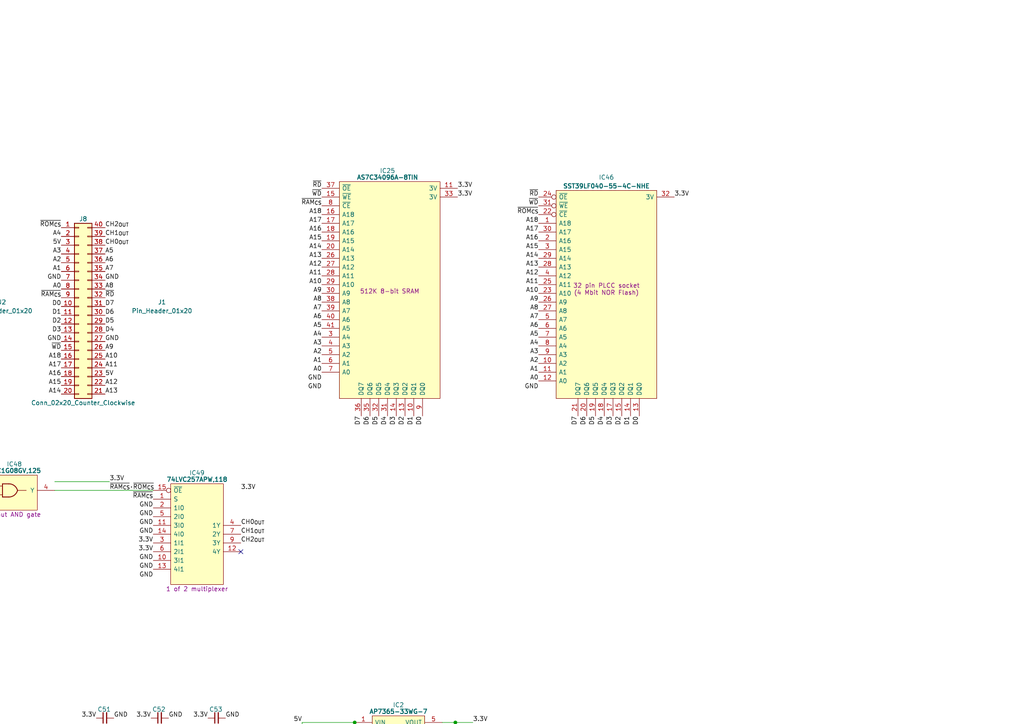
<source format=kicad_sch>
(kicad_sch (version 20230121) (generator eeschema)
  (paper "A4")
  (lib_symbols
    (symbol "Alliance:AS7C34096A-8TIN" (pin_names (offset 0.762))
      (property "Reference" "IC" (at 19.05 5.08 0))
      (property "Value" "AS7C34096A-8TIN" (at 19.05 3.175 0))
      (property "Description" "512K 8-bit SRAM" (at 19.685 -29.845 0))
      (symbol "AS7C34096A-8TIN_0_0"
        (pin no_connect line (at 39.37 -20.32 180) (length 5.08) hide (name "N.C.") (number "1"))
        (pin bidirectional line (at 26.67 -66.04 90) (length 5.08) (name "DQ1") (number "10"))
        (pin passive line (at 0 -55.88 0) (length 5.08) hide (name "GND") (number "12"))
        (pin bidirectional line (at 24.13 -66.04 90) (length 5.08) (name "DQ2") (number "13"))
        (pin bidirectional line (at 21.59 -66.04 90) (length 5.08) (name "DQ3") (number "14"))
        (pin input line (at 0 -2.54 0) (length 5.08) (name "~{WE}") (number "15"))
        (pin input line (at 0 -7.62 0) (length 5.08) (name "A18") (number "16"))
        (pin input line (at 0 -10.16 0) (length 5.08) (name "A17") (number "17"))
        (pin input line (at 0 -12.7 0) (length 5.08) (name "A16") (number "18"))
        (pin input line (at 0 -15.24 0) (length 5.08) (name "A15") (number "19"))
        (pin no_connect line (at 39.37 -22.86 180) (length 5.08) hide (name "N.C.") (number "2"))
        (pin input line (at 0 -17.78 0) (length 5.08) (name "A14") (number "20"))
        (pin no_connect line (at 39.37 -25.4 180) (length 5.08) hide (name "N.C.") (number "21"))
        (pin no_connect line (at 39.37 -27.94 180) (length 5.08) hide (name "N.C.") (number "22"))
        (pin no_connect line (at 39.37 -30.48 180) (length 5.08) hide (name "N.C.") (number "23"))
        (pin no_connect line (at 39.37 -33.02 180) (length 5.08) hide (name "N.C.") (number "24"))
        (pin no_connect line (at 39.37 -35.56 180) (length 5.08) hide (name "N.C.") (number "25"))
        (pin input line (at 0 -20.32 0) (length 5.08) (name "A13") (number "26"))
        (pin input line (at 0 -22.86 0) (length 5.08) (name "A12") (number "27"))
        (pin input line (at 0 -25.4 0) (length 5.08) (name "A11") (number "28"))
        (pin input line (at 0 -27.94 0) (length 5.08) (name "A10") (number "29"))
        (pin input line (at 0 -43.18 0) (length 5.08) (name "A4") (number "3"))
        (pin input line (at 0 -30.48 0) (length 5.08) (name "A9") (number "30"))
        (pin bidirectional line (at 19.05 -66.04 90) (length 5.08) (name "DQ4") (number "31"))
        (pin bidirectional line (at 16.51 -66.04 90) (length 5.08) (name "DQ5") (number "32"))
        (pin passive line (at 0 -58.42 0) (length 5.08) hide (name "GND") (number "34"))
        (pin bidirectional line (at 13.97 -66.04 90) (length 5.08) (name "DQ6") (number "35"))
        (pin bidirectional line (at 11.43 -66.04 90) (length 5.08) (name "DQ7") (number "36"))
        (pin input line (at 0 0 0) (length 5.08) (name "~{OE}") (number "37"))
        (pin input line (at 0 -33.02 0) (length 5.08) (name "A8") (number "38"))
        (pin input line (at 0 -35.56 0) (length 5.08) (name "A7") (number "39"))
        (pin input line (at 0 -45.72 0) (length 5.08) (name "A3") (number "4"))
        (pin input line (at 0 -38.1 0) (length 5.08) (name "A6") (number "40"))
        (pin input line (at 0 -40.64 0) (length 5.08) (name "A5") (number "41"))
        (pin no_connect line (at 39.37 -38.1 180) (length 5.08) hide (name "N.C.") (number "42"))
        (pin no_connect line (at 39.37 -40.64 180) (length 5.08) hide (name "N.C.") (number "43"))
        (pin no_connect line (at 39.37 -43.18 180) (length 5.08) hide (name "N.C.") (number "44"))
        (pin input line (at 0 -48.26 0) (length 5.08) (name "A2") (number "5"))
        (pin input line (at 0 -50.8 0) (length 5.08) (name "A1") (number "6"))
        (pin input line (at 0 -53.34 0) (length 5.08) (name "A0") (number "7"))
        (pin input line (at 0 -5.08 0) (length 5.08) (name "~{CE}") (number "8"))
        (pin bidirectional line (at 29.21 -66.04 90) (length 5.08) (name "DQ0") (number "9"))
      )
      (symbol "AS7C34096A-8TIN_0_1"
        (polyline (pts (xy 5.08 1.905) (xy 34.29 1.905) (xy 34.29 -60.96) (xy 5.08 -60.96) (xy 5.08 1.905)) (stroke (width 0.1524)) (fill (type background)))
      )
      (symbol "AS7C34096A-8TIN_1_1"
        (pin passive line (at 39.37 0 180) (length 5.08) (name "3V") (number "11"))
        (pin passive line (at 39.37 -2.54 180) (length 5.08) (name "3V") (number "33"))
      )
    )
    (symbol "Connector_Generic:Conn_02x20_Counter_Clockwise" (pin_names (offset 1.016) hide)
      (property "Reference" "J" (at 1.27 25.4 0))
      (property "Value" "Conn_02x20_Counter_Clockwise" (at 1.27 -27.94 0))
      (symbol "Conn_02x20_Counter_Clockwise_1_1"
        (rectangle (start -1.27 -25.273) (end 0 -25.527) (stroke (width 0.1524)))
        (rectangle (start -1.27 -22.733) (end 0 -22.987) (stroke (width 0.1524)))
        (rectangle (start -1.27 -20.193) (end 0 -20.447) (stroke (width 0.1524)))
        (rectangle (start -1.27 -17.653) (end 0 -17.907) (stroke (width 0.1524)))
        (rectangle (start -1.27 -15.113) (end 0 -15.367) (stroke (width 0.1524)))
        (rectangle (start -1.27 -12.573) (end 0 -12.827) (stroke (width 0.1524)))
        (rectangle (start -1.27 -10.033) (end 0 -10.287) (stroke (width 0.1524)))
        (rectangle (start -1.27 -7.493) (end 0 -7.747) (stroke (width 0.1524)))
        (rectangle (start -1.27 -4.953) (end 0 -5.207) (stroke (width 0.1524)))
        (rectangle (start -1.27 -2.413) (end 0 -2.667) (stroke (width 0.1524)))
        (rectangle (start -1.27 0.127) (end 0 -0.127) (stroke (width 0.1524)))
        (rectangle (start -1.27 2.667) (end 0 2.413) (stroke (width 0.1524)))
        (rectangle (start -1.27 5.207) (end 0 4.953) (stroke (width 0.1524)))
        (rectangle (start -1.27 7.747) (end 0 7.493) (stroke (width 0.1524)))
        (rectangle (start -1.27 10.287) (end 0 10.033) (stroke (width 0.1524)))
        (rectangle (start -1.27 12.827) (end 0 12.573) (stroke (width 0.1524)))
        (rectangle (start -1.27 15.367) (end 0 15.113) (stroke (width 0.1524)))
        (rectangle (start -1.27 17.907) (end 0 17.653) (stroke (width 0.1524)))
        (rectangle (start -1.27 20.447) (end 0 20.193) (stroke (width 0.1524)))
        (rectangle (start -1.27 22.987) (end 0 22.733) (stroke (width 0.1524)))
        (rectangle (start -1.27 24.13) (end 3.81 -26.67) (stroke (width 0.254)) (fill (type background)))
        (rectangle (start 3.81 -25.273) (end 2.54 -25.527) (stroke (width 0.1524)))
        (rectangle (start 3.81 -22.733) (end 2.54 -22.987) (stroke (width 0.1524)))
        (rectangle (start 3.81 -20.193) (end 2.54 -20.447) (stroke (width 0.1524)))
        (rectangle (start 3.81 -17.653) (end 2.54 -17.907) (stroke (width 0.1524)))
        (rectangle (start 3.81 -15.113) (end 2.54 -15.367) (stroke (width 0.1524)))
        (rectangle (start 3.81 -12.573) (end 2.54 -12.827) (stroke (width 0.1524)))
        (rectangle (start 3.81 -10.033) (end 2.54 -10.287) (stroke (width 0.1524)))
        (rectangle (start 3.81 -7.493) (end 2.54 -7.747) (stroke (width 0.1524)))
        (rectangle (start 3.81 -4.953) (end 2.54 -5.207) (stroke (width 0.1524)))
        (rectangle (start 3.81 -2.413) (end 2.54 -2.667) (stroke (width 0.1524)))
        (rectangle (start 3.81 0.127) (end 2.54 -0.127) (stroke (width 0.1524)))
        (rectangle (start 3.81 2.667) (end 2.54 2.413) (stroke (width 0.1524)))
        (rectangle (start 3.81 5.207) (end 2.54 4.953) (stroke (width 0.1524)))
        (rectangle (start 3.81 7.747) (end 2.54 7.493) (stroke (width 0.1524)))
        (rectangle (start 3.81 10.287) (end 2.54 10.033) (stroke (width 0.1524)))
        (rectangle (start 3.81 12.827) (end 2.54 12.573) (stroke (width 0.1524)))
        (rectangle (start 3.81 15.367) (end 2.54 15.113) (stroke (width 0.1524)))
        (rectangle (start 3.81 17.907) (end 2.54 17.653) (stroke (width 0.1524)))
        (rectangle (start 3.81 20.447) (end 2.54 20.193) (stroke (width 0.1524)))
        (rectangle (start 3.81 22.987) (end 2.54 22.733) (stroke (width 0.1524)))
        (pin passive line (at -5.08 22.86 0) (length 3.81) (name "Pin_1") (number "1"))
        (pin passive line (at -5.08 0 0) (length 3.81) (name "Pin_10") (number "10"))
        (pin passive line (at -5.08 -2.54 0) (length 3.81) (name "Pin_11") (number "11"))
        (pin passive line (at -5.08 -5.08 0) (length 3.81) (name "Pin_12") (number "12"))
        (pin passive line (at -5.08 -7.62 0) (length 3.81) (name "Pin_13") (number "13"))
        (pin passive line (at -5.08 -10.16 0) (length 3.81) (name "Pin_14") (number "14"))
        (pin passive line (at -5.08 -12.7 0) (length 3.81) (name "Pin_15") (number "15"))
        (pin passive line (at -5.08 -15.24 0) (length 3.81) (name "Pin_16") (number "16"))
        (pin passive line (at -5.08 -17.78 0) (length 3.81) (name "Pin_17") (number "17"))
        (pin passive line (at -5.08 -20.32 0) (length 3.81) (name "Pin_18") (number "18"))
        (pin passive line (at -5.08 -22.86 0) (length 3.81) (name "Pin_19") (number "19"))
        (pin passive line (at -5.08 20.32 0) (length 3.81) (name "Pin_2") (number "2"))
        (pin passive line (at -5.08 -25.4 0) (length 3.81) (name "Pin_20") (number "20"))
        (pin passive line (at 7.62 -25.4 180) (length 3.81) (name "Pin_21") (number "21"))
        (pin passive line (at 7.62 -22.86 180) (length 3.81) (name "Pin_22") (number "22"))
        (pin passive line (at 7.62 -20.32 180) (length 3.81) (name "Pin_23") (number "23"))
        (pin passive line (at 7.62 -17.78 180) (length 3.81) (name "Pin_24") (number "24"))
        (pin passive line (at 7.62 -15.24 180) (length 3.81) (name "Pin_25") (number "25"))
        (pin passive line (at 7.62 -12.7 180) (length 3.81) (name "Pin_26") (number "26"))
        (pin passive line (at 7.62 -10.16 180) (length 3.81) (name "Pin_27") (number "27"))
        (pin passive line (at 7.62 -7.62 180) (length 3.81) (name "Pin_28") (number "28"))
        (pin passive line (at 7.62 -5.08 180) (length 3.81) (name "Pin_29") (number "29"))
        (pin passive line (at -5.08 17.78 0) (length 3.81) (name "Pin_3") (number "3"))
        (pin passive line (at 7.62 -2.54 180) (length 3.81) (name "Pin_30") (number "30"))
        (pin passive line (at 7.62 0 180) (length 3.81) (name "Pin_31") (number "31"))
        (pin passive line (at 7.62 2.54 180) (length 3.81) (name "Pin_32") (number "32"))
        (pin passive line (at 7.62 5.08 180) (length 3.81) (name "Pin_33") (number "33"))
        (pin passive line (at 7.62 7.62 180) (length 3.81) (name "Pin_34") (number "34"))
        (pin passive line (at 7.62 10.16 180) (length 3.81) (name "Pin_35") (number "35"))
        (pin passive line (at 7.62 12.7 180) (length 3.81) (name "Pin_36") (number "36"))
        (pin passive line (at 7.62 15.24 180) (length 3.81) (name "Pin_37") (number "37"))
        (pin passive line (at 7.62 17.78 180) (length 3.81) (name "Pin_38") (number "38"))
        (pin passive line (at 7.62 20.32 180) (length 3.81) (name "Pin_39") (number "39"))
        (pin passive line (at -5.08 15.24 0) (length 3.81) (name "Pin_4") (number "4"))
        (pin passive line (at 7.62 22.86 180) (length 3.81) (name "Pin_40") (number "40"))
        (pin passive line (at -5.08 12.7 0) (length 3.81) (name "Pin_5") (number "5"))
        (pin passive line (at -5.08 10.16 0) (length 3.81) (name "Pin_6") (number "6"))
        (pin passive line (at -5.08 7.62 0) (length 3.81) (name "Pin_7") (number "7"))
        (pin passive line (at -5.08 5.08 0) (length 3.81) (name "Pin_8") (number "8"))
        (pin passive line (at -5.08 2.54 0) (length 3.81) (name "Pin_9") (number "9"))
      )
    )
    (symbol "Diodes_Inc:AP7365-33WG-7" (pin_names (offset 0.762))
      (property "Reference" "IC" (at 12.7 5.08 0))
      (property "Value" "AP7365-33WG-7" (at 12.7 3.175 0))
      (property "Description" "3.3V LDO voltage regulator" (at 12.7 -8.255 0))
      (symbol "AP7365-33WG-7_0_0"
        (pin passive line (at 0 0 0) (length 5.08) (name "VIN") (number "1"))
        (pin passive line (at 0 -5.08 0) (length 5.08) (name "GND") (number "2"))
        (pin input line (at 0 -2.54 0) (length 5.08) (name "EN") (number "3"))
        (pin passive line (at 25.4 -5.08 180) (length 5.08) (name "ADJ") (number "4"))
        (pin passive line (at 25.4 0 180) (length 5.08) (name "VOUT") (number "5"))
      )
      (symbol "AP7365-33WG-7_0_1"
        (polyline (pts (xy 5.08 1.905) (xy 20.32 1.905) (xy 20.32 -6.985) (xy 5.08 -6.985) (xy 5.08 1.905)) (fill (type background)))
      )
    )
    (symbol "HCP65:C_0805" (pin_numbers hide) (pin_names (offset 0.254) hide)
      (property "Reference" "C" (at 2.286 2.54 0))
      (property "Value" "?μF" (at 2.54 -2.54 0))
      (symbol "C_0805_0_1"
        (polyline (pts (xy 1.9685 -1.4605) (xy 1.9685 1.5875)) (stroke (width 0.3048)))
        (polyline (pts (xy 2.9845 -1.4605) (xy 2.9845 1.5875)) (stroke (width 0.3302)))
      )
      (symbol "C_0805_1_1"
        (pin passive line (at 0 0 0) (length 2.032) (name "~") (number "1"))
        (pin passive line (at 5.08 0 180) (length 2.032) (name "~") (number "2"))
      )
    )
    (symbol "HCP65:Pin_Header_01x20" (pin_names (offset 1.016) hide)
      (property "Reference" "J" (at 0 1.27 0))
      (property "Value" "Pin_Header_01x20" (at 0 -1.27 0))
    )
    (symbol "Microchip:SST39LF040-55-4C-NHE" (pin_names (offset 0.762))
      (property "Reference" "IC" (at 19.685 5.715 0))
      (property "Value" "SST39LF040-55-4C-NHE" (at 19.685 3.175 0))
      (property "Description" "32 pin PLCC socket\n(4 Mbit NOR Flash)" (at 19.685 -26.67 0))
      (symbol "SST39LF040-55-4C-NHE_0_1"
        (polyline (pts (xy 5.08 1.905) (xy 34.29 1.905) (xy 34.29 -58.42) (xy 5.08 -58.42) (xy 5.08 1.905)) (stroke (width 0.1524)) (fill (type background)))
      )
      (symbol "SST39LF040-55-4C-NHE_1_0"
        (pin passive line (at 0 -55.88 0) (length 5.08) hide (name "GND") (number "16"))
      )
      (symbol "SST39LF040-55-4C-NHE_1_1"
        (pin input line (at 0 -7.62 0) (length 5.08) (name "A18") (number "1"))
        (pin input line (at 0 -48.26 0) (length 5.08) (name "A2") (number "10"))
        (pin input line (at 0 -50.8 0) (length 5.08) (name "A1") (number "11"))
        (pin input line (at 0 -53.34 0) (length 5.08) (name "A0") (number "12"))
        (pin tri_state line (at 29.21 -63.5 90) (length 5.08) (name "DQ0") (number "13"))
        (pin tri_state line (at 26.67 -63.5 90) (length 5.08) (name "DQ1") (number "14"))
        (pin tri_state line (at 24.13 -63.5 90) (length 5.08) (name "DQ2") (number "15"))
        (pin tri_state line (at 21.59 -63.5 90) (length 5.08) (name "DQ3") (number "17"))
        (pin tri_state line (at 19.05 -63.5 90) (length 5.08) (name "DQ4") (number "18"))
        (pin tri_state line (at 16.51 -63.5 90) (length 5.08) (name "DQ5") (number "19"))
        (pin input line (at 0 -12.7 0) (length 5.08) (name "A16") (number "2"))
        (pin tri_state line (at 13.97 -63.5 90) (length 5.08) (name "DQ6") (number "20"))
        (pin tri_state line (at 11.43 -63.5 90) (length 5.08) (name "DQ7") (number "21"))
        (pin input inverted (at 0 -5.08 0) (length 5.08) (name "~{CE}") (number "22"))
        (pin input line (at 0 -27.94 0) (length 5.08) (name "A10") (number "23"))
        (pin input inverted (at 0 0 0) (length 5.08) (name "~{OE}") (number "24"))
        (pin input line (at 0 -25.4 0) (length 5.08) (name "A11") (number "25"))
        (pin input line (at 0 -30.48 0) (length 5.08) (name "A9") (number "26"))
        (pin input line (at 0 -33.02 0) (length 5.08) (name "A8") (number "27"))
        (pin input line (at 0 -20.32 0) (length 5.08) (name "A13") (number "28"))
        (pin input line (at 0 -17.78 0) (length 5.08) (name "A14") (number "29"))
        (pin input line (at 0 -15.24 0) (length 5.08) (name "A15") (number "3"))
        (pin input line (at 0 -10.16 0) (length 5.08) (name "A17") (number "30"))
        (pin input inverted (at 0 -2.54 0) (length 5.08) (name "~{WE}") (number "31"))
        (pin passive line (at 39.37 0 180) (length 5.08) (name "3V") (number "32"))
        (pin input line (at 0 -22.86 0) (length 5.08) (name "A12") (number "4"))
        (pin input line (at 0 -35.56 0) (length 5.08) (name "A7") (number "5"))
        (pin input line (at 0 -38.1 0) (length 5.08) (name "A6") (number "6"))
        (pin input line (at 0 -40.64 0) (length 5.08) (name "A5") (number "7"))
        (pin input line (at 0 -43.18 0) (length 5.08) (name "A4") (number "8"))
        (pin input line (at 0 -45.72 0) (length 5.08) (name "A3") (number "9"))
      )
    )
    (symbol "Nexperia:74LVC1G08GV,125" (pin_names (offset 0.762))
      (property "Reference" "IC" (at 11.43 5.715 0))
      (property "Value" "74LVC1G08GV,125" (at 12.7 3.81 0))
      (property "Description" "2-input AND gate" (at 12.7 -8.89 0))
      (symbol "74LVC1G08GV,125_0_0"
        (pin input line (at 0 -3.175 0) (length 5.08) (name "B") (number "1"))
        (pin input line (at 0 -0.635 0) (length 5.08) (name "A") (number "2"))
        (pin passive line (at 0 -5.715 0) (length 5.08) hide (name "GND") (number "3"))
        (pin output line (at 25.4 -1.905 180) (length 5.08) (name "Y") (number "4"))
        (pin passive line (at 25.4 0.635 180) (length 5.08) hide (name "3V") (number "5"))
      )
      (symbol "74LVC1G08GV,125_0_1"
        (polyline (pts (xy 8.89 -3.175) (xy 10.1599 -3.175)))
        (polyline (pts (xy 8.89 -0.635) (xy 10.1599 -0.635)))
        (polyline (pts (xy 10.248 0) (xy 10.248 -3.81)) (stroke (width 0.254)) (fill (type background)))
        (polyline (pts (xy 12.065 -3.81) (xy 10.248 -3.81)) (stroke (width 0.254)) (fill (type background)))
        (polyline (pts (xy 12.065 0) (xy 10.248 0)) (stroke (width 0.254)) (fill (type background)))
        (polyline (pts (xy 14.605 -1.905) (xy 17.145 -1.905)))
        (polyline (pts (xy 5.08 2.54) (xy 20.32 2.54) (xy 20.32 -7.62) (xy 5.08 -7.62) (xy 5.08 2.54)) (stroke (width 0.1524)) (fill (type background)))
        (arc (start 12.065 -3.81) (mid 13.6634 -3.2954) (end 14.605 -1.905) (stroke (width 0.254)))
        (arc (start 14.605 -1.905) (mid 13.6641 -0.5137) (end 12.065 0) (stroke (width 0.254)))
      )
    )
    (symbol "Nexperia:74LVC257APW,118" (pin_names (offset 0.762))
      (property "Reference" "IC" (at 12.7 5.08 0))
      (property "Value" "74LVC257APW,118" (at 12.7 3.175 0))
      (property "Description" "1 of 2 multiplexer" (at 12.7 -28.575 0))
      (symbol "74LVC257APW,118_0_0"
        (pin input line (at 0 -2.54 0) (length 5.08) (name "S") (number "1"))
        (pin input line (at 0 -20.32 0) (length 5.08) (name "3I1") (number "10"))
        (pin input line (at 0 -10.16 0) (length 5.08) (name "3I0") (number "11"))
        (pin output line (at 25.4 -17.78 180) (length 5.08) (name "4Y") (number "12"))
        (pin input line (at 0 -22.86 0) (length 5.08) (name "4I1") (number "13"))
        (pin input line (at 0 -12.7 0) (length 5.08) (name "4I0") (number "14"))
        (pin passive line (at 25.4 0 180) (length 5.08) hide (name "3V") (number "16"))
        (pin input line (at 0 -5.08 0) (length 5.08) (name "1I0") (number "2"))
        (pin input line (at 0 -15.24 0) (length 5.08) (name "1I1") (number "3"))
        (pin output line (at 25.4 -10.16 180) (length 5.08) (name "1Y") (number "4"))
        (pin input line (at 0 -7.62 0) (length 5.08) (name "2I0") (number "5"))
        (pin input line (at 0 -17.78 0) (length 5.08) (name "2I1") (number "6"))
        (pin output line (at 25.4 -12.7 180) (length 5.08) (name "2Y") (number "7"))
        (pin passive line (at 0 -25.4 0) (length 5.08) hide (name "GND") (number "8"))
        (pin output line (at 25.4 -15.24 180) (length 5.08) (name "3Y") (number "9"))
      )
      (symbol "74LVC257APW,118_0_1"
        (polyline (pts (xy 5.08 1.905) (xy 20.32 1.905) (xy 20.32 -27.305) (xy 5.08 -27.305) (xy 5.08 1.905)) (stroke (width 0.1524)) (fill (type background)))
      )
      (symbol "74LVC257APW,118_1_0"
        (pin input inverted (at 0 0 0) (length 5.08) (name "~{OE}") (number "15"))
      )
    )
  )
  (junction (at 102.87 209.55))
  (junction (at 132.08 209.55))
  (no_connect (at 69.85 160.02))
  (no_connect (at 128.27 214.63))
  (wire (pts (xy 87.63 209.55) (xy 102.87 209.55)))
  (wire (pts (xy 15.875 139.7) (xy 31.75 139.7)))
  (wire (pts (xy 15.875 142.24) (xy 44.45 142.24)))
  (wire (pts (xy 102.87 209.55) (xy 102.87 212.09)))
  (wire (pts (xy 132.08 209.55) (xy 137.16 209.55)))
  (wire (pts (xy 87.63 209.55) (xy 87.63 214.63)))
  (wire (pts (xy 132.08 214.63) (xy 132.08 209.55)))
  (wire (pts (xy 128.27 209.55) (xy 132.08 209.55)))
  (wire (pts (xy 87.63 214.63) (xy 88.9 214.63)))
  (label "D0" (at 185.42 120.65 270))
  (label "~{RD}" (at 156.21 57.15 180))
  (label "A10" (at 30.48 104.14 0))
  (label "A10" (at 93.345 82.55 180))
  (label "A9" (at 156.21 87.63 180))
  (label "A6" (at 156.21 95.25 180))
  (label "A12" (at 156.21 80.01 180))
  (label "A15" (at 17.78 111.76 180))
  (label "GND" (at 44.45 154.94 180))
  (label "A10" (at 156.21 85.09 180))
  (label "A17" (at 156.21 67.31 180))
  (label "A1" (at 156.21 107.95 180))
  (label "A4" (at 156.21 100.33 180))
  (label "GND" (at 44.45 152.4 180))
  (label "GND" (at 44.45 147.32 180))
  (label "D7" (at 167.64 120.65 270))
  (label "3.3V" (at 43.815 217.805 180))
  (label "CH2_{OUT}" (at 69.85 157.48 0))
  (label "CH1_{OUT}" (at 69.85 154.94 0))
  (label "A0" (at 156.21 110.49 180))
  (label "A12" (at 30.48 111.76 0))
  (label "D5" (at 172.72 120.65 270))
  (label "D0" (at 17.78 88.9 180))
  (label "D2" (at 180.34 120.65 270))
  (label "GND" (at 17.78 81.28 180))
  (label "D2" (at 17.78 93.98 180))
  (label "A16" (at 93.345 67.31 180))
  (label "~{ROM_{CS}}" (at 156.21 62.23 180))
  (label "~{RD}" (at 93.345 54.61 180))
  (label "3.3V" (at 27.94 208.28 180))
  (label "D3" (at 17.78 96.52 180))
  (label "A13" (at 156.21 77.47 180))
  (label "A6" (at 30.48 76.2 0))
  (label "D3" (at 177.8 120.65 270))
  (label "3.3V" (at 132.715 57.15 0))
  (label "GND" (at 93.345 110.49 180))
  (label "D3" (at 114.935 120.65 270))
  (label "A7" (at 30.48 78.74 0))
  (label "A4" (at 93.345 97.79 180))
  (label "5V" (at 17.78 71.12 180))
  (label "D7" (at 30.48 88.9 0))
  (label "A5" (at 156.21 97.79 180))
  (label "3.3V" (at 43.815 208.28 180))
  (label "~{WD}" (at 93.345 57.15 180))
  (label "GND" (at 44.45 149.86 180))
  (label "GND" (at 137.16 214.63 0))
  (label "GND" (at 48.895 217.805 0))
  (label "A18" (at 17.78 104.14 180))
  (label "GND" (at 44.45 162.56 180))
  (label "A2" (at 156.21 105.41 180))
  (label "A7" (at 93.345 90.17 180))
  (label "~{RAM_{CS}}" (at -9.525 140.97 180))
  (label "A16" (at 156.21 69.85 180))
  (label "GND" (at 44.45 167.64 180))
  (label "GND" (at 102.87 214.63 180))
  (label "A15" (at 156.21 72.39 180))
  (label "CH0_{OUT}" (at 69.85 152.4 0))
  (label "A14" (at 156.21 74.93 180))
  (label "A3" (at 156.21 102.87 180))
  (label "A15" (at 93.345 69.85 180))
  (label "A16" (at 17.78 109.22 180))
  (label "A11" (at 93.345 80.01 180))
  (label "D0" (at 122.555 120.65 270))
  (label "D5" (at 30.48 93.98 0))
  (label "D7" (at 104.775 120.65 270))
  (label "5V" (at 87.63 209.55 180))
  (label "D6" (at 30.48 91.44 0))
  (label "5V" (at 30.48 109.22 0))
  (label "A17" (at 93.345 64.77 180))
  (label "A11" (at 30.48 106.68 0))
  (label "A1" (at 93.345 105.41 180))
  (label "3.3V" (at 60.325 217.805 180))
  (label "GND" (at 156.21 113.03 180))
  (label "A1" (at 17.78 78.74 180))
  (label "GND" (at 48.895 208.28 0))
  (label "A4" (at 17.78 68.58 180))
  (label "A7" (at 156.21 92.71 180))
  (label "A9" (at 93.345 85.09 180))
  (label "GND" (at 30.48 99.06 0))
  (label "A14" (at 17.78 114.3 180))
  (label "D2" (at 117.475 120.65 270))
  (label "CH2_{OUT}" (at 30.48 66.04 0))
  (label "GND" (at 44.45 165.1 180))
  (label "3.3V" (at 44.45 157.48 180))
  (label "GND" (at -9.525 146.05 180))
  (label "D1" (at 120.015 120.65 270))
  (label "GND" (at 33.02 208.28 0))
  (label "A18" (at 93.345 62.23 180))
  (label "GND" (at 30.48 81.28 0))
  (label "A11" (at 156.21 82.55 180))
  (label "A6" (at 93.345 92.71 180))
  (label "A8" (at 30.48 83.82 0))
  (label "A5" (at 30.48 73.66 0))
  (label "A13" (at 30.48 114.3 0))
  (label "GND" (at 65.405 208.28 0))
  (label "~{WD}" (at 156.21 59.69 180))
  (label "D1" (at 17.78 91.44 180))
  (label "A0" (at 17.78 83.82 180))
  (label "A3" (at 17.78 73.66 180))
  (label "3.3V" (at 137.16 209.55 0))
  (label "A2" (at 93.345 102.87 180))
  (label "3.3V" (at 132.715 54.61 0))
  (label "A17" (at 17.78 106.68 180))
  (label "CH1_{OUT}" (at 30.48 68.58 0))
  (label "~{RAM_{CS}}" (at 44.45 144.78 180))
  (label "A12" (at 93.345 77.47 180))
  (label "D4" (at 175.26 120.65 270))
  (label "D6" (at 170.18 120.65 270))
  (label "~{ROM_{CS}}" (at -9.525 143.51 180))
  (label "D4" (at 30.48 96.52 0))
  (label "3.3V" (at 195.58 57.15 0))
  (label "~{RAM_{CS}}" (at 93.345 59.69 180))
  (label "~{RAM_{CS}}·~{ROM_{CS}}" (at 31.75 142.24 0))
  (label "A14" (at 93.345 72.39 180))
  (label "D5" (at 109.855 120.65 270))
  (label "A9" (at 30.48 101.6 0))
  (label "A3" (at 93.345 100.33 180))
  (label "3.3V" (at 69.85 142.24 0))
  (label "CH0_{OUT}" (at 30.48 71.12 0))
  (label "~{RD}" (at 30.48 86.36 0))
  (label "A8" (at 93.345 87.63 180))
  (label "~{WD}" (at 17.78 101.6 180))
  (label "A13" (at 93.345 74.93 180))
  (label "GND" (at 65.405 217.805 0))
  (label "GND" (at 17.78 99.06 180))
  (label "D1" (at 182.88 120.65 270))
  (label "A5" (at 93.345 95.25 180))
  (label "A8" (at 156.21 90.17 180))
  (label "GND" (at 93.98 214.63 0))
  (label "3.3V" (at 44.45 160.02 180))
  (label "3.3V" (at 31.75 139.7 0))
  (label "A0" (at 93.345 107.95 180))
  (label "~{ROM_{CS}}" (at 17.78 66.04 180))
  (label "D6" (at 107.315 120.65 270))
  (label "A2" (at 17.78 76.2 180))
  (label "~{RAM_{CS}}" (at 17.78 86.36 180))
  (label "D4" (at 112.395 120.65 270))
  (label "A18" (at 156.21 64.77 180))
  (label "GND" (at 93.345 113.03 180))
  (label "3.3V" (at 60.325 208.28 180))
  (symbol (lib_id "HCP65:C_0805") (at 132.08 214.63 0) (unit 1)
    (property "Reference" "C27" (at 134.366 212.09 0))
    (property "Value" "1μF" (at 134.62 217.17 0))
    (property "Footprint" "SamacSys_Parts:C_0805" (effects hide))
    (instances (project "Pico Sound" (path "" (reference "C27") (unit 1))) (project "HCP65 Memory" (path "" (reference "C7") (unit 1)) (path "" (reference "C50") (unit 1))))
  )
  (symbol (lib_id "HCP65:C_0805") (at 43.815 208.28 0) (unit 1)
    (property "Reference" "C52" (at 46.101 205.74 0))
    (property "Value" "1μF" (at 46.355 210.82 0))
    (property "Footprint" "SamacSys_Parts:C_0805" (effects hide))
  )
  (symbol (lib_id "HCP65:C_0805") (at 88.9 214.63 0) (unit 1)
    (property "Reference" "C27" (at 91.186 212.09 0))
    (property "Value" "1μF" (at 91.44 217.17 0))
    (property "Footprint" "SamacSys_Parts:C_0805" (effects hide))
    (instances (project "Pico Sound" (path "" (reference "C27") (unit 1))) (project "HCP65 Memory" (path "" (reference "C7") (unit 1)) (path "" (reference "C49") (unit 1))))
  )
  (symbol (lib_id "HCP65:Pin_Header_01x20") (at 46.99 88.9 0) (unit 1)
    (property "Reference" "J1" (at 46.99 87.63 0))
    (property "Value" "Pin_Header_01x20" (at 46.99 90.17 0))
    (property "Footprint" "SamacSys_Parts:PinHeader_1x20_P2.54mm_Vertical" (effects hide))
  )
  (symbol (lib_id "HCP65:C_0805") (at 27.94 208.28 0) (unit 1)
    (property "Reference" "C51" (at 30.226 205.74 0))
    (property "Value" "1μF" (at 30.48 210.82 0))
    (property "Footprint" "SamacSys_Parts:C_0805" (effects hide))
  )
  (symbol (lib_id "Nexperia:74LVC1G08GV,125") (at -9.525 140.335 0) (unit 1)
    (property "Reference" "IC48" (at 1.905 134.62 0) (effects (justify left)))
    (property "Value" "74LVC1G08GV,125" (at 3.175 136.525 0) (effects (font bold)))
    (property "Footprint" "SOT95P275X110-5N" (effects hide))
    (property "Datasheet" "https://assets.nexperia.com/documents/data-sheet/74LVC1G08.pdf" (effects hide))
    (property "Description" "2-input AND gate" (at 3.175 149.225 0))
    (property "Height" "1.1" (effects hide))
    (property "Manufacturer_Name" "Nexperia" (effects hide))
    (property "Manufacturer_Part_Number" "74LVC1G08GV,125" (effects hide))
    (property "Mouser Part Number" "771-74LVC1G08GV" (effects hide))
    (property "Mouser Price/Stock" "https://www.mouser.co.uk/ProductDetail/Nexperia/74LVC1G08GV125?qs=me8TqzrmIYXEnurJEPZc7A%3D%3D" (effects hide))
    (property "Arrow Part Number" "74LVC1G08GV,125" (effects hide))
    (property "Arrow Price/Stock" "https://www.arrow.com/en/products/74lvc1g08gv125/nexperia" (effects hide))
    (property "Silkscreen" "'1G08" (effects hide))
  )
  (symbol (lib_id "Microchip:SST39LF040-55-4C-NHE") (at 156.21 57.15 0) (unit 1)
    (property "Reference" "IC46" (at 175.895 51.435 0))
    (property "Value" "SST39LF040-55-4C-NHE" (at 175.895 53.975 0) (effects (font bold)))
    (property "Footprint" "5408803224008" (effects hide))
    (property "Description" "32 pin PLCC socket\n(4 Mbit NOR Flash)" (at 175.895 83.82 0))
    (property "Height" "8.2" (effects hide))
    (property "Manufacturer_Name" "Microchip" (effects hide))
    (property "Manufacturer_Part_Number" "SST39LF040-55-4C-NHE" (effects hide))
    (property "Silkscreen" "SST39LF040-55" (effects hide))
  )
  (symbol (lib_id "Connector_Generic:Conn_02x20_Counter_Clockwise") (at 22.86 88.9 0) (unit 1)
    (property "Reference" "J8" (at 24.13 63.5 0))
    (property "Value" "Conn_02x20_Counter_Clockwise" (at 24.13 116.84 0))
    (property "Footprint" "SamacSys_Parts:DIP-40_Board_W22.86mm" (effects hide))
  )
  (symbol (lib_id "HCP65:C_0805") (at 60.325 217.805 0) (unit 1)
    (property "Reference" "C55" (at 62.611 215.265 0))
    (property "Value" "1μF" (at 62.865 220.345 0))
    (property "Footprint" "SamacSys_Parts:C_0805" (effects hide))
  )
  (symbol (lib_id "Nexperia:74LVC257APW,118") (at 44.45 142.24 0) (unit 1)
    (property "Reference" "IC49" (at 57.15 137.16 0))
    (property "Value" "74LVC257APW,118" (at 57.15 139.065 0) (effects (font bold)))
    (property "Footprint" "SOP65P640X110-16N" (effects hide))
    (property "Description" "1 of 2 multiplexer" (at 57.15 170.815 0))
    (property "Height" "1.1" (effects hide))
    (property "Mouser Part Number" "771-74LVC257APW-T" (effects hide))
    (property "Manufacturer_Name" "Nexperia" (effects hide))
    (property "Manufacturer_Part_Number" "74LVC257APW,118" (effects hide))
    (property "Silkscreen" "74LVC257" (effects hide))
  )
  (symbol (lib_id "HCP65:C_0805") (at 60.325 208.28 0) (unit 1)
    (property "Reference" "C53" (at 62.611 205.74 0))
    (property "Value" "1μF" (at 62.865 210.82 0))
    (property "Footprint" "SamacSys_Parts:C_0805" (effects hide))
  )
  (symbol (lib_id "Diodes_Inc:AP7365-33WG-7") (at 102.87 209.55 0) (unit 1)
    (property "Reference" "IC2" (at 115.57 204.47 0))
    (property "Value" "AP7365-33WG-7" (at 115.57 206.375 0) (effects (font bold)))
    (property "Footprint" "SOT95P285X130-5N" (effects hide))
    (property "Datasheet" "https://componentsearchengine.com/Datasheets/1/AP7365-33WG-7.pdf" (effects hide))
    (property "Description" "3.3V LDO voltage regulator" (at 115.57 217.805 0))
    (property "Height" "1.3" (effects hide))
    (property "Manufacturer_Name" "Diodes Inc." (effects hide))
    (property "Manufacturer_Part_Number" "AP7365-33WG-7" (effects hide))
    (property "Mouser Part Number" "621-AP7365-33WG-7" (effects hide))
    (property "Mouser Price/Stock" "https://www.mouser.co.uk/ProductDetail/Diodes-Incorporated/AP7365-33WG-7?qs=abZ1nkZpTuOZFvxvoFPL0w%3D%3D" (effects hide))
    (property "Arrow Part Number" "AP7365-33WG-7" (effects hide))
    (property "Arrow Price/Stock" "https://www.arrow.com/en/products/ap7365-33wg-7/diodes-incorporated?region=nac" (effects hide))
    (property "Silkscreen" "AP7365" (effects hide))
    (instances (project "Pico Sound" (path "" (reference "IC2") (unit 1))) (project "HCP65 Memory" (path "" (reference "IC7") (unit 1)) (path "" (reference "IC45") (unit 1))))
  )
  (symbol (lib_id "HCP65:Pin_Header_01x20") (at 0.635 88.9 0) (unit 1)
    (property "Reference" "J2" (at 0.635 87.63 0))
    (property "Value" "Pin_Header_01x20" (at 0.635 90.17 0))
    (property "Footprint" "SamacSys_Parts:PinHeader_1x20_P2.54mm_Vertical" (effects hide))
  )
  (symbol (lib_id "HCP65:C_0805") (at 43.815 217.805 0) (unit 1)
    (property "Reference" "C54" (at 46.101 215.265 0))
    (property "Value" "1μF" (at 46.355 220.345 0))
    (property "Footprint" "SamacSys_Parts:C_0805" (effects hide))
  )
  (symbol (lib_id "Alliance:AS7C34096A-8TIN") (at 93.345 54.61 0) (unit 1)
    (property "Reference" "IC25" (at 112.395 49.53 0))
    (property "Value" "AS7C34096A-8TIN" (at 112.395 51.435 0) (effects (font bold)))
    (property "Footprint" "SOP80P1176X120-44N" (effects hide))
    (property "Datasheet" "https://www.alliancememory.com/wp-content/uploads/pdf/sram/fa/AS7C34096A-8TINrev1.3.pdf" (effects hide))
    (property "Description" "512K 8-bit SRAM" (at 113.03 84.455 0))
    (property "Height" "1.2" (effects hide))
    (property "Manufacturer_Name" "Alliance Memory" (effects hide))
    (property "Manufacturer_Part_Number" "AS7C34096A-8TIN" (effects hide))
    (property "Mouser Part Number" "913-AS7C34096A-8TIN" (effects hide))
    (property "Mouser Price/Stock" "https://www.mouser.co.uk/ProductDetail/Alliance-Memory/AS7C34096A-8TIN?qs=iyLo5FA4poBS8QHXJOzn5g%3D%3D" (effects hide))
  )
)
</source>
